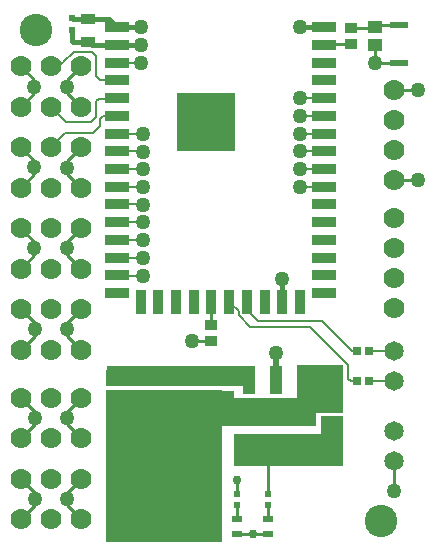
<source format=gtl>
G04 Layer_Physical_Order=1*
G04 Layer_Color=25308*
%FSAX24Y24*%
%MOIN*%
G70*
G01*
G75*
G04:AMPARAMS|DCode=10|XSize=19.7mil|YSize=19.7mil|CornerRadius=2mil|HoleSize=0mil|Usage=FLASHONLY|Rotation=90.000|XOffset=0mil|YOffset=0mil|HoleType=Round|Shape=RoundedRectangle|*
%AMROUNDEDRECTD10*
21,1,0.0197,0.0157,0,0,90.0*
21,1,0.0157,0.0197,0,0,90.0*
1,1,0.0039,0.0079,0.0079*
1,1,0.0039,0.0079,-0.0079*
1,1,0.0039,-0.0079,-0.0079*
1,1,0.0039,-0.0079,0.0079*
%
%ADD10ROUNDEDRECTD10*%
%ADD11R,0.0512X0.0394*%
%ADD12R,0.0787X0.0354*%
%ADD13R,0.0354X0.0787*%
%ADD14R,0.1969X0.1969*%
%ADD15R,0.0256X0.0276*%
%ADD16R,0.1299X0.0945*%
%ADD17R,0.0394X0.0945*%
%ADD18R,0.0217X0.0217*%
%ADD19R,0.0354X0.0197*%
%ADD20R,0.0220X0.0220*%
%ADD21R,0.0512X0.0354*%
%ADD22R,0.0591X0.0217*%
%ADD23R,0.0413X0.0354*%
%ADD24R,0.0551X0.0472*%
%ADD25C,0.0080*%
%ADD26C,0.0100*%
%ADD27C,0.0150*%
%ADD28C,0.0200*%
%ADD29C,0.0050*%
%ADD30R,0.0750X0.1650*%
%ADD31R,0.3600X0.1050*%
%ADD32R,0.4950X0.0650*%
%ADD33R,0.0400X0.0310*%
%ADD34R,0.3600X0.0550*%
%ADD35R,0.3450X0.0950*%
%ADD36R,0.1550X0.1600*%
%ADD37R,0.0950X0.0500*%
%ADD38R,0.4050X0.0450*%
%ADD39R,0.3850X0.5060*%
%ADD40C,0.0700*%
%ADD41C,0.0650*%
%ADD42R,0.1181X0.0315*%
%ADD43R,0.0315X0.1181*%
%ADD44R,0.1378X0.0315*%
%ADD45C,0.1083*%
%ADD46C,0.0500*%
%ADD47C,0.0300*%
D10*
X029550Y034517D02*
D03*
Y034123D02*
D03*
D11*
X034450Y045755D02*
D03*
Y046345D02*
D03*
D12*
X032740Y046350D02*
D03*
X025850Y038673D02*
D03*
Y046350D02*
D03*
Y045759D02*
D03*
Y045169D02*
D03*
Y044578D02*
D03*
Y043988D02*
D03*
Y043397D02*
D03*
Y042807D02*
D03*
Y042216D02*
D03*
Y041626D02*
D03*
Y041035D02*
D03*
Y040444D02*
D03*
Y039854D02*
D03*
Y039263D02*
D03*
X032740Y037492D02*
D03*
Y038082D02*
D03*
Y038673D02*
D03*
Y039263D02*
D03*
Y039854D02*
D03*
Y040444D02*
D03*
Y041035D02*
D03*
Y041626D02*
D03*
Y042216D02*
D03*
Y042807D02*
D03*
Y043397D02*
D03*
Y043988D02*
D03*
X025850Y037492D02*
D03*
Y038082D02*
D03*
X032740Y044578D02*
D03*
Y045169D02*
D03*
Y045759D02*
D03*
D13*
X031362Y037196D02*
D03*
X031952D02*
D03*
X030181D02*
D03*
X029590D02*
D03*
X029000D02*
D03*
X028409D02*
D03*
X027819D02*
D03*
X027228D02*
D03*
X026637D02*
D03*
X030771D02*
D03*
D14*
X028827Y043181D02*
D03*
D15*
X034237Y035550D02*
D03*
X033863D02*
D03*
X034237Y034550D02*
D03*
X033863D02*
D03*
D16*
X031150Y032308D02*
D03*
D17*
X030244Y034592D02*
D03*
X031150D02*
D03*
X032056D02*
D03*
D18*
X030900Y030777D02*
D03*
Y030423D02*
D03*
X029850D02*
D03*
Y030777D02*
D03*
D19*
Y029444D02*
D03*
Y029956D02*
D03*
X030900Y029444D02*
D03*
Y029956D02*
D03*
D20*
X024350Y046650D02*
D03*
Y046250D02*
D03*
D21*
X024900Y045876D02*
D03*
Y046624D02*
D03*
D22*
X035250Y046440D02*
D03*
Y045160D02*
D03*
D23*
X033650Y045784D02*
D03*
Y046316D02*
D03*
X029000Y035884D02*
D03*
Y036416D02*
D03*
D24*
X033000Y033785D02*
D03*
Y033115D02*
D03*
D25*
X034287Y034550D02*
X035100D01*
X032271Y036370D02*
X033560Y035081D01*
Y034630D02*
Y035081D01*
Y034630D02*
X033640Y034550D01*
X033863D01*
Y034600D02*
X033913Y034550D01*
X033863Y035600D02*
X033913Y035550D01*
X029904Y036761D02*
X030295Y036370D01*
X029590Y037196D02*
X029904Y036883D01*
Y036761D02*
Y036883D01*
X030181Y037196D02*
X030221Y037156D01*
Y036879D02*
Y037156D01*
Y036879D02*
X030550Y036550D01*
X030295Y036370D02*
X032271D01*
X030550Y036550D02*
X032695D01*
X033695Y035550D01*
X033863D01*
X034287D02*
X035100D01*
D26*
Y034550D02*
X035100Y034550D01*
X026641Y045759D02*
X026650Y045750D01*
X024350Y045900D02*
X024374Y045876D01*
X024350Y046650D02*
X024376Y046624D01*
X032740Y045759D02*
X032765Y045784D01*
X033650D01*
Y046316D02*
X034420D01*
X034450Y046345D01*
X034544Y046440D01*
X035250D01*
X035090Y030890D02*
Y031890D01*
X034990D02*
X035040Y031940D01*
X028984Y035900D02*
X029000Y035884D01*
X028350Y035900D02*
X028984D01*
X029850Y030777D02*
Y031250D01*
X030900Y029956D02*
Y030423D01*
X029850Y029956D02*
Y030423D01*
Y029444D02*
X029856Y029450D01*
X030400D01*
X030894D02*
X030900Y029444D01*
X030400Y029450D02*
X030894D01*
X035040Y031940D02*
X035090Y031890D01*
X035100Y035550D02*
X035100Y035550D01*
X030900Y032058D02*
X031150Y032308D01*
X030900Y030827D02*
Y032058D01*
X029000Y037196D02*
X029000Y037196D01*
Y036416D02*
Y037196D01*
X026650Y046350D02*
X026650Y046350D01*
X022650Y043700D02*
X023100Y044150D01*
Y044370D02*
Y044600D01*
X022650Y045050D02*
X023100Y044600D01*
Y041680D02*
Y041900D01*
X022650Y042350D02*
X023100Y041900D01*
X022650Y041000D02*
X023100Y041450D01*
Y041680D01*
X022650Y038300D02*
X023100Y038750D01*
Y038980D01*
X022650Y039650D02*
X023100Y039200D01*
Y038980D02*
Y039200D01*
X022650Y035600D02*
X023110Y036060D01*
Y036280D01*
X022650Y036950D02*
X023110Y036490D01*
Y036280D02*
Y036490D01*
X023120Y033320D02*
Y033530D01*
X022650Y034000D02*
X023120Y033530D01*
X022650Y032650D02*
X023120Y033120D01*
Y033320D01*
Y030620D02*
Y030830D01*
X022650Y031300D02*
X023120Y030830D01*
X022650Y029950D02*
X023120Y030420D01*
Y030620D01*
X023100Y044150D02*
Y044370D01*
X024180D02*
Y044580D01*
X024650Y045050D01*
X024180Y044170D02*
X024650Y043700D01*
X024180Y044170D02*
Y044370D01*
X024190Y041460D02*
X024650Y041000D01*
X024190Y041460D02*
Y041890D01*
X024650Y042350D01*
X024190Y038980D02*
Y039190D01*
X024650Y039650D01*
X024190Y038760D02*
Y038980D01*
Y038760D02*
X024650Y038300D01*
X024180Y036280D02*
Y036480D01*
X024650Y036950D01*
X024180Y036070D02*
Y036280D01*
Y036070D02*
X024650Y035600D01*
X024190Y033320D02*
Y033540D01*
X024650Y034000D01*
X024190Y033110D02*
Y033320D01*
Y033110D02*
X024650Y032650D01*
X024180Y030620D02*
Y030830D01*
X024650Y031300D01*
X024180Y030420D02*
Y030620D01*
Y030420D02*
X024650Y029950D01*
X035100Y041250D02*
X035930D01*
X035100Y044250D02*
X035880D01*
X032740Y046350D02*
X032740Y046350D01*
X034460Y045170D02*
Y045745D01*
X034470Y045160D02*
X035250D01*
X034460Y045170D02*
X034470Y045160D01*
X031360Y037970D02*
X031362Y037968D01*
D27*
X025850Y045759D02*
X026641D01*
X024374Y045876D02*
X024900D01*
X024350Y045900D02*
Y046250D01*
X024900Y045876D02*
X025017Y045759D01*
X025850D01*
X024376Y046624D02*
X024900D01*
X025576D02*
X025850Y046350D01*
X024900Y046624D02*
X025576D01*
X025850Y046350D02*
X026650D01*
X031960Y046350D02*
X032740D01*
X031362Y037196D02*
Y037968D01*
D28*
X031150Y034592D02*
Y035500D01*
D29*
X024410Y045530D02*
X025010D01*
X023650Y043690D02*
Y043700D01*
X025250Y043970D02*
X025832D01*
X025850Y043988D01*
X025280Y044590D02*
X025838D01*
X025850Y044578D01*
Y041626D02*
X025856Y041620D01*
X025850Y039263D02*
X025857Y039270D01*
X025862Y038070D02*
X026710D01*
X025850Y038082D02*
X025862Y038070D01*
X025850Y039854D02*
X026664D01*
X025850Y040444D02*
X026674D01*
X025850Y041035D02*
X026665D01*
X025850Y042807D02*
X025857Y042800D01*
X026710D01*
X025850Y042216D02*
X025854Y042220D01*
X023650Y043690D02*
X024140Y043200D01*
X023650Y042350D02*
X024130Y042830D01*
X025140Y044730D02*
X025280Y044590D01*
X025140Y044730D02*
Y045400D01*
X025010Y045530D02*
X025140Y045400D01*
X023650Y045050D02*
X023930D01*
X024070Y045190D02*
X024410Y045530D01*
X023930Y045050D02*
X024070Y045190D01*
X025160Y043880D02*
X025250Y043970D01*
X024140Y043200D02*
X024984D01*
X025160Y043376D01*
Y043880D01*
X025387Y043397D02*
X025850D01*
X024130Y042830D02*
X025040D01*
X025280Y043070D01*
Y043290D01*
X025387Y043397D01*
X025854Y042220D02*
X026710D01*
X025856Y041620D02*
X026710D01*
X025857Y039270D02*
X026710D01*
X025850Y038673D02*
X026710D01*
X025869Y045150D02*
X026650D01*
X025850Y045169D02*
X025869Y045150D01*
X031960Y043393D02*
X032735D01*
X032740Y043397D01*
X031960Y043984D02*
X032736D01*
X032740Y043988D01*
X031965Y042807D02*
X032740D01*
X031960Y042801D02*
X031965Y042807D01*
X031960Y042210D02*
X032734D01*
X032740Y042216D01*
X031960Y041611D02*
X032725D01*
X032740Y041626D01*
X031975Y041035D02*
X032740D01*
X031960Y041020D02*
X031975Y041035D01*
D30*
X033025Y032575D02*
D03*
D31*
X031550Y032275D02*
D03*
D32*
X027975Y034725D02*
D03*
D33*
X029550Y034105D02*
D03*
D34*
X027300Y034675D02*
D03*
D35*
X030775Y033525D02*
D03*
D36*
X032625Y034300D02*
D03*
D37*
X032775Y033800D02*
D03*
D38*
X031225Y033725D02*
D03*
D39*
X027425Y031730D02*
D03*
D40*
X035100Y044250D02*
D03*
Y043250D02*
D03*
Y042250D02*
D03*
Y041250D02*
D03*
Y040000D02*
D03*
Y039000D02*
D03*
Y038000D02*
D03*
Y037000D02*
D03*
X022650Y042350D02*
D03*
X023650D02*
D03*
X024650D02*
D03*
X022650Y045050D02*
D03*
X023650D02*
D03*
X024650D02*
D03*
X022650Y043700D02*
D03*
X023650D02*
D03*
X024650D02*
D03*
X022650Y041000D02*
D03*
X023650D02*
D03*
X024650D02*
D03*
X022650Y039650D02*
D03*
X023650D02*
D03*
X024650D02*
D03*
X022650Y038300D02*
D03*
X023650D02*
D03*
X024650D02*
D03*
X022650Y036950D02*
D03*
X023650D02*
D03*
X024650D02*
D03*
X022650Y035600D02*
D03*
X023650D02*
D03*
X024650D02*
D03*
X022650Y034000D02*
D03*
X023650D02*
D03*
X024650D02*
D03*
X022650Y032650D02*
D03*
X023650D02*
D03*
X024650D02*
D03*
X022650Y031300D02*
D03*
X023650D02*
D03*
X024650D02*
D03*
X022650Y029950D02*
D03*
X023650D02*
D03*
X024650D02*
D03*
D41*
X035100Y034550D02*
D03*
Y035550D02*
D03*
Y031890D02*
D03*
Y032890D02*
D03*
D42*
X027300Y032238D02*
D03*
D43*
X029190Y033616D02*
D03*
D44*
X027300Y034600D02*
D03*
D45*
X034670Y029880D02*
D03*
X023150Y046270D02*
D03*
D46*
X026650Y046350D02*
D03*
Y045750D02*
D03*
X035090Y030890D02*
D03*
X028350Y035900D02*
D03*
X031150Y035500D02*
D03*
X032200Y032250D02*
D03*
X032950D02*
D03*
Y034600D02*
D03*
X030100Y032250D02*
D03*
X023100Y041680D02*
D03*
Y038980D02*
D03*
X023110Y036280D02*
D03*
X023120Y033320D02*
D03*
Y030620D02*
D03*
X023100Y044370D02*
D03*
X024180D02*
D03*
X024190Y041675D02*
D03*
Y038980D02*
D03*
X024180Y036280D02*
D03*
X024190Y033320D02*
D03*
X024180Y030620D02*
D03*
X026710Y041026D02*
D03*
Y040435D02*
D03*
X028827Y043740D02*
D03*
X028207D02*
D03*
X029447D02*
D03*
Y043161D02*
D03*
X028207D02*
D03*
X028827D02*
D03*
X029447Y042590D02*
D03*
X028827D02*
D03*
X028207D02*
D03*
X026710Y039844D02*
D03*
Y039253D02*
D03*
Y038661D02*
D03*
Y038070D02*
D03*
Y042209D02*
D03*
Y042800D02*
D03*
Y041617D02*
D03*
X026650Y045150D02*
D03*
X031960Y042801D02*
D03*
Y043984D02*
D03*
Y043393D02*
D03*
Y042210D02*
D03*
Y041020D02*
D03*
Y041611D02*
D03*
X035900Y041250D02*
D03*
Y044250D02*
D03*
X031960Y046350D02*
D03*
X034460Y045170D02*
D03*
X031360Y037970D02*
D03*
D47*
X029850Y031250D02*
D03*
X030400Y029450D02*
D03*
M02*

</source>
